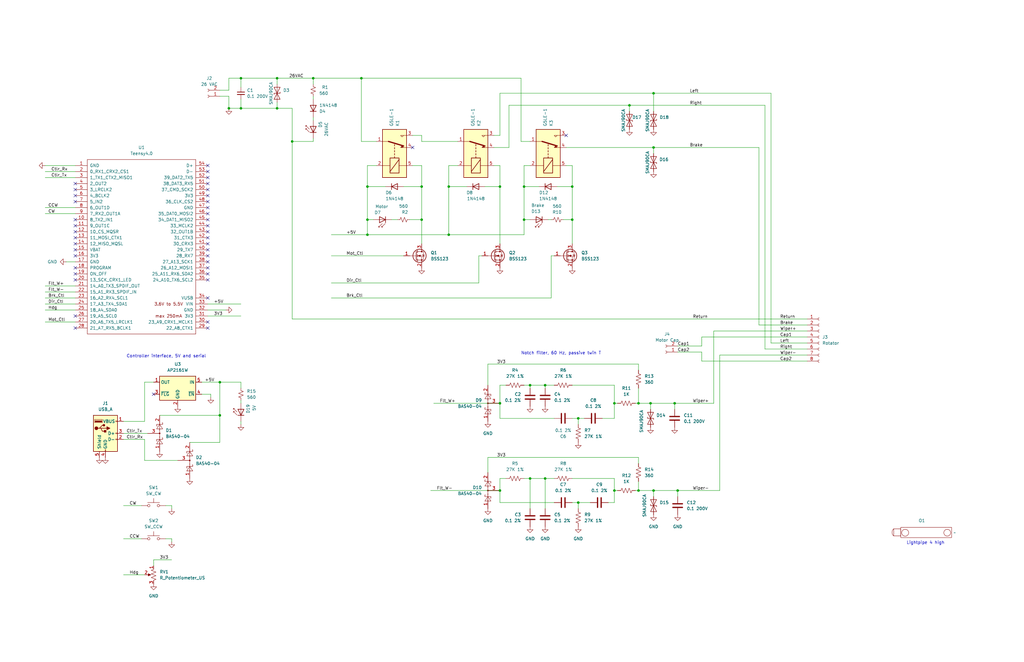
<source format=kicad_sch>
(kicad_sch (version 20230121) (generator eeschema)
  (paper "B")
  (lib_symbols
    (symbol "Connector:Conn_01x02_Socket" (pin_names (offset 1.016) hide)
      (property "Reference" "J" (at 0 2.54 0))
      (property "Value" "Conn_01x02_Socket" (at 0 -5.08 0))
      (symbol "Conn_01x02_Socket_1_1"
        (pin passive line (at -5.08 0 0) (length 3.81) (name "Pin_1") (number "1"))
        (pin passive line (at -5.08 -2.54 0) (length 3.81) (name "Pin_2") (number "2"))
      )
    )
    (symbol "Connector:Conn_01x08_Socket" (pin_names (offset 1.016) hide)
      (property "Reference" "J" (at 0 10.16 0))
      (property "Value" "Conn_01x08_Socket" (at 0 -12.7 0))
      (symbol "Conn_01x08_Socket_1_1"
        (pin passive line (at -5.08 7.62 0) (length 3.81) (name "Pin_1") (number "1"))
        (pin passive line (at -5.08 5.08 0) (length 3.81) (name "Pin_2") (number "2"))
        (pin passive line (at -5.08 2.54 0) (length 3.81) (name "Pin_3") (number "3"))
        (pin passive line (at -5.08 0 0) (length 3.81) (name "Pin_4") (number "4"))
        (pin passive line (at -5.08 -2.54 0) (length 3.81) (name "Pin_5") (number "5"))
        (pin passive line (at -5.08 -5.08 0) (length 3.81) (name "Pin_6") (number "6"))
        (pin passive line (at -5.08 -7.62 0) (length 3.81) (name "Pin_7") (number "7"))
        (pin passive line (at -5.08 -10.16 0) (length 3.81) (name "Pin_8") (number "8"))
      )
    )
    (symbol "Connector:USB_A" (pin_names (offset 1.016))
      (property "Reference" "J" (at -5.08 11.43 0))
      (property "Value" "USB_A" (at -5.08 8.89 0))
      (symbol "USB_A_1_1"
        (pin power_in line (at 7.62 5.08 180) (length 2.54) (name "VBUS") (number "1"))
        (pin bidirectional line (at 7.62 -2.54 180) (length 2.54) (name "D-") (number "2"))
        (pin bidirectional line (at 7.62 0 180) (length 2.54) (name "D+") (number "3"))
        (pin power_in line (at 0 -10.16 90) (length 2.54) (name "GND") (number "4"))
        (pin passive line (at -2.54 -10.16 90) (length 2.54) (name "Shield") (number "5"))
      )
    )
    (symbol "Device:C" (pin_numbers hide) (pin_names (offset 0.254))
      (property "Reference" "C" (at 0.635 2.54 0))
      (property "Value" "C" (at 0.635 -2.54 0))
      (symbol "C_1_1"
        (pin passive line (at 0 3.81 270) (length 2.794) (name "~") (number "1"))
        (pin passive line (at 0 -3.81 90) (length 2.794) (name "~") (number "2"))
      )
    )
    (symbol "Device:C_Small" (pin_numbers hide) (pin_names (offset 0.254) hide)
      (property "Reference" "C" (at 0.254 1.778 0))
      (property "Value" "C_Small" (at 0.254 -2.032 0))
      (symbol "C_Small_1_1"
        (pin passive line (at 0 2.54 270) (length 2.032) (name "~") (number "1"))
        (pin passive line (at 0 -2.54 90) (length 2.032) (name "~") (number "2"))
      )
    )
    (symbol "Device:R_Potentiometer_US" (pin_names (offset 1.016) hide)
      (property "Reference" "RV" (at -4.445 0 90))
      (property "Value" "R_Potentiometer_US" (at -2.54 0 90))
      (symbol "R_Potentiometer_US_1_1"
        (pin passive line (at 0 3.81 270) (length 1.27) (name "1") (number "1"))
        (pin passive line (at 3.81 0 180) (length 1.27) (name "2") (number "2"))
        (pin passive line (at 0 -3.81 90) (length 1.27) (name "3") (number "3"))
      )
    )
    (symbol "Device:R_Small_US" (pin_numbers hide) (pin_names (offset 0.254) hide)
      (property "Reference" "R" (at 0.762 0.508 0))
      (property "Value" "R_Small_US" (at 0.762 -1.016 0))
      (symbol "R_Small_US_1_1"
        (pin passive line (at 0 2.54 270) (length 1.016) (name "~") (number "1"))
        (pin passive line (at 0 -2.54 90) (length 1.016) (name "~") (number "2"))
      )
    )
    (symbol "Device:R_US" (pin_numbers hide) (pin_names (offset 0))
      (property "Reference" "R" (at 2.54 0 90))
      (property "Value" "R_US" (at -2.54 0 90))
      (symbol "R_US_1_1"
        (pin passive line (at 0 3.81 270) (length 1.27) (name "~") (number "1"))
        (pin passive line (at 0 -3.81 90) (length 1.27) (name "~") (number "2"))
      )
    )
    (symbol "Diode:1N4148" (pin_numbers hide) (pin_names hide)
      (property "Reference" "D" (at 0 2.54 0))
      (property "Value" "1N4148" (at 0 -2.54 0))
      (symbol "1N4148_1_1"
        (pin passive line (at -3.81 0 0) (length 2.54) (name "K") (number "1"))
        (pin passive line (at 3.81 0 180) (length 2.54) (name "A") (number "2"))
      )
    )
    (symbol "Diode:BAS40-04" (pin_names (offset 1.016))
      (property "Reference" "D" (at 0.635 -1.27 0))
      (property "Value" "BAS40-04" (at -6.35 5.715 0))
      (symbol "BAS40-04_1_1"
        (pin passive line (at -7.62 2.54 0) (length 3.81) (name "~") (number "1"))
        (pin passive line (at 7.62 2.54 180) (length 3.81) (name "~") (number "2"))
        (pin passive line (at 0 -2.54 90) (length 5.08) (name "~") (number "3"))
      )
    )
    (symbol "Diode:SMAJ90CA" (pin_numbers hide) (pin_names (offset 1.016) hide)
      (property "Reference" "D" (at 0 2.54 0))
      (property "Value" "SMAJ90CA" (at 0 -2.54 0))
      (symbol "SMAJ90CA_1_1"
        (pin passive line (at -3.81 0 0) (length 2.54) (name "A1") (number "1"))
        (pin passive line (at 3.81 0 180) (length 2.54) (name "A2") (number "2"))
      )
    )
    (symbol "LED:IR204A" (pin_numbers hide) (pin_names (offset 1.016) hide)
      (property "Reference" "D" (at 0.508 1.778 0))
      (property "Value" "IR204A" (at -1.016 -2.794 0))
      (symbol "IR204A_1_1"
        (pin passive line (at -5.08 0 0) (length 2.54) (name "K") (number "1"))
        (pin passive line (at 2.54 0 180) (length 2.54) (name "A") (number "2"))
      )
    )
    (symbol "LightPipe:LP4-EP"
      (property "Reference" "O" (at 0 0 0))
    )
    (symbol "Power_Management:AP2161W"
      (property "Reference" "U" (at -7.62 -6.35 0))
      (property "Value" "AP2161W" (at -7.62 6.35 0))
      (symbol "AP2161W_1_1"
        (pin power_out line (at 10.16 2.54 180) (length 2.54) (name "OUT") (number "1"))
        (pin power_in line (at 0 -7.62 90) (length 2.54) (name "GND") (number "2"))
        (pin open_collector line (at 10.16 -2.54 180) (length 2.54) (name "~{FLG}") (number "3"))
        (pin input line (at -10.16 -2.54 0) (length 2.54) (name "~{EN}") (number "4"))
        (pin power_in line (at -10.16 2.54 0) (length 2.54) (name "IN") (number "5"))
      )
    )
    (symbol "Relay:G5LE-1"
      (property "Reference" "K" (at 11.43 3.81 0))
      (property "Value" "G5LE-1" (at 11.43 1.27 0))
      (symbol "G5LE-1_1_1"
        (pin passive line (at 5.08 -7.62 90) (length 2.54) (name "~") (number "1"))
        (pin passive line (at -5.08 -7.62 90) (length 2.54) (name "~") (number "2"))
        (pin passive line (at 7.62 7.62 270) (length 2.54) (name "~") (number "3"))
        (pin passive line (at 2.54 7.62 270) (length 2.54) (name "~") (number "4"))
        (pin passive line (at -5.08 7.62 270) (length 2.54) (name "~") (number "5"))
      )
    )
    (symbol "Switch:SW_Push" (pin_numbers hide) (pin_names (offset 1.016) hide)
      (property "Reference" "SW" (at 1.27 2.54 0))
      (property "Value" "SW_Push" (at 0 -1.524 0))
      (symbol "SW_Push_0_1"
        (pin passive line (at -5.08 0 0) (length 2.54) (name "1") (number "1"))
        (pin passive line (at 5.08 0 180) (length 2.54) (name "2") (number "2"))
      )
    )
    (symbol "Teensy:Teensy4.0" (pin_names (offset 1.016))
      (property "Reference" "U" (at 0 39.37 0))
      (property "Value" "Teensy4.0" (at 0 -39.37 0))
      (symbol "Teensy4.0_0_0"
        (text "3.6V to 5.5V" (at 11.43 -24.13 0) (effects (font (size 1.27 1.27))))
        (text "max 250mA" (at 11.43 -29.21 0) (effects (font (size 1.27 1.27))))
        (pin bidirectional line (at -27.94 11.43 0) (length 5.08) (name "8_TX2_IN1") (number "10"))
        (pin bidirectional line (at -27.94 8.89 0) (length 5.08) (name "9_OUT1C") (number "11"))
        (pin bidirectional line (at -27.94 6.35 0) (length 5.08) (name "10_CS_MQSR") (number "12"))
        (pin bidirectional line (at -27.94 3.81 0) (length 5.08) (name "11_MOSI_CTX1") (number "13"))
        (pin bidirectional line (at -27.94 1.27 0) (length 5.08) (name "12_MISO_MQSL") (number "14"))
        (pin power_in line (at -27.94 -1.27 0) (length 5.08) (name "VBAT") (number "15"))
        (pin power_in line (at -27.94 -3.81 0) (length 5.08) (name "3V3") (number "16"))
        (pin power_in line (at -27.94 -6.35 0) (length 5.08) (name "GND") (number "17"))
        (pin input line (at -27.94 -8.89 0) (length 5.08) (name "PROGRAM") (number "18"))
        (pin input line (at -27.94 -11.43 0) (length 5.08) (name "ON_OFF") (number "19"))
        (pin bidirectional line (at -27.94 -13.97 0) (length 5.08) (name "13_SCK_CRX1_LED") (number "20"))
        (pin bidirectional line (at -27.94 -16.51 0) (length 5.08) (name "14_A0_TX3_SPDIF_OUT") (number "21"))
        (pin bidirectional line (at -27.94 -19.05 0) (length 5.08) (name "15_A1_RX3_SPDIF_IN") (number "22"))
        (pin bidirectional line (at -27.94 -21.59 0) (length 5.08) (name "16_A2_RX4_SCL1") (number "23"))
        (pin bidirectional line (at -27.94 -24.13 0) (length 5.08) (name "17_A3_TX4_SDA1") (number "24"))
        (pin bidirectional line (at -27.94 -26.67 0) (length 5.08) (name "18_A4_SDA0") (number "25"))
        (pin bidirectional line (at -27.94 -29.21 0) (length 5.08) (name "19_A5_SCL0") (number "26"))
        (pin bidirectional line (at -27.94 -31.75 0) (length 5.08) (name "20_A6_TX5_LRCLK1") (number "27"))
        (pin bidirectional line (at -27.94 -34.29 0) (length 5.08) (name "21_A7_RX5_BCLK1") (number "28"))
        (pin bidirectional line (at 27.94 -34.29 180) (length 5.08) (name "22_A8_CTX1") (number "29"))
        (pin bidirectional line (at 27.94 -31.75 180) (length 5.08) (name "23_A9_CRX1_MCLK1") (number "30"))
        (pin power_out line (at 27.94 -29.21 180) (length 5.08) (name "3V3") (number "31"))
        (pin power_in line (at 27.94 -26.67 180) (length 5.08) (name "GND") (number "32"))
        (pin power_in line (at 27.94 -24.13 180) (length 5.08) (name "VIN") (number "33"))
        (pin power_out line (at 27.94 -21.59 180) (length 5.08) (name "VUSB") (number "34"))
        (pin bidirectional line (at 27.94 -13.97 180) (length 5.08) (name "24_A10_TX6_SCL2") (number "35"))
        (pin bidirectional line (at 27.94 -11.43 180) (length 5.08) (name "25_A11_RX6_SDA2") (number "36"))
        (pin bidirectional line (at 27.94 -8.89 180) (length 5.08) (name "26_A12_MOSI1") (number "37"))
        (pin bidirectional line (at 27.94 -6.35 180) (length 5.08) (name "27_A13_SCK1") (number "38"))
        (pin bidirectional line (at 27.94 -3.81 180) (length 5.08) (name "28_RX7") (number "39"))
        (pin bidirectional line (at 27.94 -1.27 180) (length 5.08) (name "29_TX7") (number "40"))
        (pin bidirectional line (at 27.94 1.27 180) (length 5.08) (name "30_CRX3") (number "41"))
        (pin bidirectional line (at 27.94 3.81 180) (length 5.08) (name "31_CTX3") (number "42"))
        (pin bidirectional line (at 27.94 6.35 180) (length 5.08) (name "32_OUT1B") (number "43"))
        (pin bidirectional line (at 27.94 8.89 180) (length 5.08) (name "33_MCLK2") (number "44"))
        (pin bidirectional line (at 27.94 11.43 180) (length 5.08) (name "34_DAT1_MISO2") (number "45"))
        (pin bidirectional line (at 27.94 13.97 180) (length 5.08) (name "35_DAT0_MOSI2") (number "46"))
        (pin power_out line (at 27.94 16.51 180) (length 5.08) (name "GND") (number "47"))
        (pin bidirectional line (at 27.94 19.05 180) (length 5.08) (name "36_CLK_CS2") (number "48"))
        (pin power_out line (at 27.94 21.59 180) (length 5.08) (name "3V3") (number "49"))
        (pin bidirectional line (at -27.94 24.13 0) (length 5.08) (name "3_LRCLK2") (number "5"))
        (pin bidirectional line (at 27.94 24.13 180) (length 5.08) (name "37_CMD_SCK2") (number "50"))
        (pin bidirectional line (at 27.94 26.67 180) (length 5.08) (name "38_DAT3_RX5") (number "51"))
        (pin bidirectional line (at 27.94 29.21 180) (length 5.08) (name "39_DAT2_TX5") (number "52"))
        (pin bidirectional line (at 27.94 31.75 180) (length 5.08) (name "D-") (number "53"))
        (pin bidirectional line (at 27.94 34.29 180) (length 5.08) (name "D+") (number "54"))
        (pin bidirectional line (at -27.94 21.59 0) (length 5.08) (name "4_BCLK2") (number "6"))
        (pin bidirectional line (at -27.94 19.05 0) (length 5.08) (name "5_IN2") (number "7"))
        (pin bidirectional line (at -27.94 16.51 0) (length 5.08) (name "6_OUT1D") (number "8"))
        (pin bidirectional line (at -27.94 13.97 0) (length 5.08) (name "7_RX2_OUT1A") (number "9"))
      )
      (symbol "Teensy4.0_1_1"
        (pin power_in line (at -27.94 34.29 0) (length 5.08) (name "GND") (number "1"))
        (pin bidirectional line (at -27.94 31.75 0) (length 5.08) (name "0_RX1_CRX2_CS1") (number "2"))
        (pin bidirectional line (at -27.94 29.21 0) (length 5.08) (name "1_TX1_CTX2_MISO1") (number "3"))
        (pin bidirectional line (at -27.94 26.67 0) (length 5.08) (name "2_OUT2") (number "4"))
      )
    )
    (symbol "Transistor_FET:BSS123" (pin_names hide)
      (property "Reference" "Q" (at 5.08 1.905 0))
      (property "Value" "BSS123" (at 5.08 0 0))
      (symbol "BSS123_1_1"
        (pin input line (at -5.08 0 0) (length 2.54) (name "G") (number "1"))
        (pin passive line (at 2.54 -5.08 90) (length 2.54) (name "S") (number "2"))
        (pin passive line (at 2.54 5.08 270) (length 2.54) (name "D") (number "3"))
      )
    )
    (symbol "power:GND" (power) (pin_names (offset 0))
      (property "Value" "GND" (at 0 -3.81 0))
      (symbol "GND_1_1"
        (pin power_in line (at 0 0 270) (length 0) hide (name "GND") (number "1"))
      )
    )
  )
  (junction (at 275.59 207.01))
  (junction (at 223.52 162.56))
  (junction (at 269.24 207.01))
  (junction (at 229.87 201.93))
  (junction (at 243.84 176.53))
  (junction (at 265.43 44.45))
  (junction (at 274.32 170.18))
  (junction (at 154.94 99.06))
  (junction (at 269.24 170.18))
  (junction (at 116.84 33.02))
  (junction (at 152.4 33.02))
  (junction (at 96.52 45.72))
  (junction (at 177.8 78.74))
  (junction (at 275.59 39.37))
  (junction (at 243.84 212.09))
  (junction (at 154.94 78.74))
  (junction (at 210.82 207.01))
  (junction (at 210.82 170.18))
  (junction (at 123.19 59.69))
  (junction (at 210.82 78.74))
  (junction (at 220.98 78.74))
  (junction (at 223.52 201.93))
  (junction (at 259.08 207.01))
  (junction (at 284.48 170.18))
  (junction (at 220.98 92.71))
  (junction (at 132.08 33.02))
  (junction (at 285.75 207.01))
  (junction (at 259.08 170.18))
  (junction (at 275.59 62.23))
  (junction (at 229.87 162.56))
  (junction (at 189.23 78.74))
  (junction (at 101.6 33.02))
  (junction (at 92.71 161.29))
  (junction (at 101.6 45.72))
  (junction (at 241.3 78.74))
  (junction (at 189.23 99.06))
  (junction (at 241.3 92.71))
  (junction (at 154.94 92.71))
  (junction (at 177.8 92.71))
  (junction (at 92.71 175.26))
  (junction (at 116.84 45.72))
  (no_connect (at 31.75 133.35))
  (no_connect (at 87.63 97.79))
  (no_connect (at 87.63 92.71))
  (no_connect (at 87.63 102.87))
  (no_connect (at 31.75 85.09))
  (no_connect (at 87.63 95.25))
  (no_connect (at 173.99 62.23))
  (no_connect (at 87.63 74.93))
  (no_connect (at 31.75 97.79))
  (no_connect (at 87.63 77.47))
  (no_connect (at 31.75 100.33))
  (no_connect (at 31.75 118.11))
  (no_connect (at 87.63 80.01))
  (no_connect (at 87.63 82.55))
  (no_connect (at 31.75 113.03))
  (no_connect (at 31.75 77.47))
  (no_connect (at 87.63 90.17))
  (no_connect (at 228.6 -10.16))
  (no_connect (at 31.75 107.95))
  (no_connect (at 87.63 125.73))
  (no_connect (at 87.63 72.39))
  (no_connect (at 87.63 105.41))
  (no_connect (at 31.75 115.57))
  (no_connect (at 31.75 95.25))
  (no_connect (at 31.75 92.71))
  (no_connect (at 87.63 110.49))
  (no_connect (at 87.63 118.11))
  (no_connect (at 64.77 166.37))
  (no_connect (at 31.75 82.55))
  (no_connect (at 87.63 87.63))
  (no_connect (at 87.63 135.89))
  (no_connect (at 87.63 107.95))
  (no_connect (at 31.75 102.87))
  (no_connect (at 87.63 85.09))
  (no_connect (at 87.63 138.43))
  (no_connect (at 87.63 115.57))
  (no_connect (at 87.63 100.33))
  (no_connect (at 31.75 80.01))
  (no_connect (at 87.63 113.03))
  (no_connect (at 87.63 69.85))
  (no_connect (at 238.76 57.15))
  (no_connect (at 31.75 138.43))
  (no_connect (at 31.75 105.41))
  (wire (pts (xy 72.39 213.36) (xy 72.39 214.63)))
  (wire (pts (xy 229.87 201.93) (xy 229.87 214.63)))
  (wire (pts (xy 96.52 40.64) (xy 96.52 45.72)))
  (wire (pts (xy 67.31 175.26) (xy 92.71 175.26)))
  (wire (pts (xy 275.59 39.37) (xy 275.59 46.99)))
  (wire (pts (xy 101.6 161.29) (xy 92.71 161.29)))
  (wire (pts (xy 259.08 207.01) (xy 259.08 212.09)))
  (wire (pts (xy 205.74 153.67) (xy 269.24 153.67)))
  (wire (pts (xy 132.08 58.42) (xy 132.08 59.69)))
  (wire (pts (xy 170.18 78.74) (xy 177.8 78.74)))
  (wire (pts (xy 116.84 45.72) (xy 101.6 45.72)))
  (wire (pts (xy 88.9 167.64) (xy 88.9 166.37)))
  (wire (pts (xy 69.85 213.36) (xy 72.39 213.36)))
  (wire (pts (xy 220.98 201.93) (xy 223.52 201.93)))
  (wire (pts (xy 238.76 62.23) (xy 275.59 62.23)))
  (wire (pts (xy 123.19 134.62) (xy 123.19 59.69)))
  (wire (pts (xy 19.05 90.17) (xy 31.75 90.17)))
  (wire (pts (xy 80.01 186.69) (xy 92.71 186.69)))
  (wire (pts (xy 116.84 33.02) (xy 116.84 35.56)))
  (wire (pts (xy 92.71 186.69) (xy 92.71 175.26)))
  (wire (pts (xy 88.9 166.37) (xy 85.09 166.37)))
  (wire (pts (xy 220.98 99.06) (xy 189.23 99.06)))
  (wire (pts (xy 201.93 107.95) (xy 203.2 107.95)))
  (wire (pts (xy 220.98 78.74) (xy 227.33 78.74)))
  (wire (pts (xy 256.54 212.09) (xy 259.08 212.09)))
  (wire (pts (xy 322.58 147.32) (xy 322.58 44.45)))
  (wire (pts (xy 300.99 139.7) (xy 300.99 170.18)))
  (wire (pts (xy 241.3 162.56) (xy 259.08 162.56)))
  (wire (pts (xy 269.24 203.2) (xy 269.24 207.01)))
  (wire (pts (xy 295.91 152.4) (xy 340.36 152.4)))
  (wire (pts (xy 223.52 69.85) (xy 220.98 69.85)))
  (wire (pts (xy 259.08 162.56) (xy 259.08 170.18)))
  (wire (pts (xy 259.08 170.18) (xy 259.08 176.53)))
  (wire (pts (xy 27.94 110.49) (xy 31.75 110.49)))
  (wire (pts (xy 132.08 33.02) (xy 152.4 33.02)))
  (wire (pts (xy 132.08 41.91) (xy 132.08 40.64)))
  (wire (pts (xy 177.8 57.15) (xy 177.8 59.69)))
  (wire (pts (xy 275.59 39.37) (xy 325.12 39.37)))
  (wire (pts (xy 241.3 78.74) (xy 241.3 92.71)))
  (wire (pts (xy 223.52 162.56) (xy 223.52 163.83)))
  (wire (pts (xy 101.6 41.91) (xy 101.6 45.72)))
  (wire (pts (xy 101.6 161.29) (xy 101.6 163.83)))
  (wire (pts (xy 267.97 170.18) (xy 269.24 170.18)))
  (wire (pts (xy 210.82 162.56) (xy 213.36 162.56)))
  (wire (pts (xy 205.74 193.04) (xy 269.24 193.04)))
  (wire (pts (xy 241.3 212.09) (xy 243.84 212.09)))
  (wire (pts (xy 85.09 161.29) (xy 92.71 161.29)))
  (wire (pts (xy 285.75 148.59) (xy 295.91 148.59)))
  (wire (pts (xy 295.91 148.59) (xy 295.91 152.4)))
  (wire (pts (xy 52.07 185.42) (xy 60.96 185.42)))
  (wire (pts (xy 177.8 59.69) (xy 193.04 59.69)))
  (wire (pts (xy 189.23 99.06) (xy 154.94 99.06)))
  (wire (pts (xy 269.24 207.01) (xy 275.59 207.01)))
  (wire (pts (xy 232.41 107.95) (xy 232.41 125.73)))
  (wire (pts (xy 19.05 74.93) (xy 31.75 74.93)))
  (wire (pts (xy 116.84 33.02) (xy 132.08 33.02)))
  (wire (pts (xy 52.07 182.88) (xy 62.23 182.88)))
  (wire (pts (xy 154.94 69.85) (xy 158.75 69.85)))
  (wire (pts (xy 219.71 33.02) (xy 152.4 33.02)))
  (wire (pts (xy 214.63 62.23) (xy 214.63 44.45)))
  (wire (pts (xy 210.82 57.15) (xy 210.82 39.37)))
  (wire (pts (xy 210.82 78.74) (xy 210.82 102.87)))
  (wire (pts (xy 295.91 142.24) (xy 295.91 146.05)))
  (wire (pts (xy 19.05 123.19) (xy 31.75 123.19)))
  (wire (pts (xy 237.49 92.71) (xy 241.3 92.71)))
  (wire (pts (xy 243.84 176.53) (xy 246.38 176.53)))
  (wire (pts (xy 234.95 78.74) (xy 241.3 78.74)))
  (wire (pts (xy 139.7 125.73) (xy 232.41 125.73)))
  (wire (pts (xy 92.71 175.26) (xy 92.71 161.29)))
  (wire (pts (xy 19.05 87.63) (xy 31.75 87.63)))
  (wire (pts (xy 19.05 135.89) (xy 31.75 135.89)))
  (wire (pts (xy 219.71 59.69) (xy 219.71 33.02)))
  (wire (pts (xy 96.52 40.64) (xy 92.71 40.64)))
  (wire (pts (xy 243.84 212.09) (xy 243.84 214.63)))
  (wire (pts (xy 152.4 59.69) (xy 158.75 59.69)))
  (wire (pts (xy 208.28 57.15) (xy 210.82 57.15)))
  (wire (pts (xy 189.23 69.85) (xy 189.23 78.74)))
  (wire (pts (xy 303.53 149.86) (xy 303.53 207.01)))
  (wire (pts (xy 320.04 137.16) (xy 320.04 62.23)))
  (wire (pts (xy 101.6 36.83) (xy 101.6 33.02)))
  (wire (pts (xy 173.99 57.15) (xy 177.8 57.15)))
  (wire (pts (xy 60.96 177.8) (xy 52.07 177.8)))
  (wire (pts (xy 220.98 92.71) (xy 223.52 92.71)))
  (wire (pts (xy 177.8 78.74) (xy 177.8 92.71)))
  (wire (pts (xy 284.48 170.18) (xy 284.48 172.72)))
  (wire (pts (xy 229.87 162.56) (xy 233.68 162.56)))
  (wire (pts (xy 233.68 176.53) (xy 210.82 176.53)))
  (wire (pts (xy 295.91 142.24) (xy 340.36 142.24)))
  (wire (pts (xy 152.4 33.02) (xy 152.4 59.69)))
  (wire (pts (xy 52.07 213.36) (xy 59.69 213.36)))
  (wire (pts (xy 69.85 227.33) (xy 72.39 227.33)))
  (wire (pts (xy 60.96 194.31) (xy 74.93 194.31)))
  (wire (pts (xy 274.32 170.18) (xy 274.32 172.72)))
  (wire (pts (xy 139.7 107.95) (xy 170.18 107.95)))
  (wire (pts (xy 325.12 39.37) (xy 325.12 144.78)))
  (wire (pts (xy 220.98 78.74) (xy 220.98 92.71)))
  (wire (pts (xy 259.08 201.93) (xy 259.08 207.01)))
  (wire (pts (xy 177.8 78.74) (xy 177.8 69.85)))
  (wire (pts (xy 214.63 44.45) (xy 265.43 44.45)))
  (wire (pts (xy 172.72 92.71) (xy 177.8 92.71)))
  (wire (pts (xy 254 176.53) (xy 259.08 176.53)))
  (wire (pts (xy 87.63 130.81) (xy 95.25 130.81)))
  (wire (pts (xy 116.84 43.18) (xy 116.84 45.72)))
  (wire (pts (xy 154.94 92.71) (xy 157.48 92.71)))
  (wire (pts (xy 229.87 201.93) (xy 233.68 201.93)))
  (wire (pts (xy 132.08 35.56) (xy 132.08 33.02)))
  (wire (pts (xy 72.39 227.33) (xy 72.39 228.6)))
  (wire (pts (xy 241.3 176.53) (xy 243.84 176.53)))
  (wire (pts (xy 19.05 125.73) (xy 31.75 125.73)))
  (wire (pts (xy 96.52 38.1) (xy 96.52 33.02)))
  (wire (pts (xy 274.32 170.18) (xy 284.48 170.18)))
  (wire (pts (xy 182.88 170.18) (xy 210.82 170.18)))
  (wire (pts (xy 96.52 33.02) (xy 101.6 33.02)))
  (wire (pts (xy 52.07 242.57) (xy 60.96 242.57)))
  (wire (pts (xy 223.52 201.93) (xy 223.52 214.63)))
  (wire (pts (xy 284.48 170.18) (xy 300.99 170.18)))
  (wire (pts (xy 189.23 78.74) (xy 189.23 99.06)))
  (wire (pts (xy 52.07 227.33) (xy 59.69 227.33)))
  (wire (pts (xy 320.04 137.16) (xy 340.36 137.16)))
  (wire (pts (xy 241.3 201.93) (xy 259.08 201.93)))
  (wire (pts (xy 173.99 69.85) (xy 177.8 69.85)))
  (wire (pts (xy 123.19 45.72) (xy 116.84 45.72)))
  (wire (pts (xy 269.24 163.83) (xy 269.24 170.18)))
  (wire (pts (xy 101.6 45.72) (xy 96.52 45.72)))
  (wire (pts (xy 210.82 207.01) (xy 210.82 212.09)))
  (wire (pts (xy 220.98 92.71) (xy 220.98 99.06)))
  (wire (pts (xy 269.24 170.18) (xy 274.32 170.18)))
  (wire (pts (xy 229.87 162.56) (xy 229.87 163.83)))
  (wire (pts (xy 210.82 201.93) (xy 213.36 201.93)))
  (wire (pts (xy 259.08 207.01) (xy 260.35 207.01)))
  (wire (pts (xy 139.7 119.38) (xy 201.93 119.38)))
  (wire (pts (xy 285.75 207.01) (xy 303.53 207.01)))
  (wire (pts (xy 259.08 170.18) (xy 260.35 170.18)))
  (wire (pts (xy 123.19 134.62) (xy 340.36 134.62)))
  (wire (pts (xy 101.6 168.91) (xy 101.6 170.18)))
  (wire (pts (xy 205.74 193.04) (xy 205.74 199.39)))
  (wire (pts (xy 87.63 128.27) (xy 101.6 128.27)))
  (wire (pts (xy 154.94 69.85) (xy 154.94 78.74)))
  (wire (pts (xy 154.94 78.74) (xy 154.94 92.71)))
  (wire (pts (xy 87.63 133.35) (xy 101.6 133.35)))
  (wire (pts (xy 220.98 162.56) (xy 223.52 162.56)))
  (wire (pts (xy 322.58 147.32) (xy 340.36 147.32)))
  (wire (pts (xy 231.14 92.71) (xy 232.41 92.71)))
  (wire (pts (xy 232.41 107.95) (xy 233.68 107.95)))
  (wire (pts (xy 204.47 78.74) (xy 210.82 78.74)))
  (wire (pts (xy 101.6 177.8) (xy 101.6 179.07)))
  (wire (pts (xy 223.52 201.93) (xy 229.87 201.93)))
  (wire (pts (xy 325.12 144.78) (xy 340.36 144.78)))
  (wire (pts (xy 60.96 161.29) (xy 60.96 177.8)))
  (wire (pts (xy 265.43 44.45) (xy 265.43 46.99)))
  (wire (pts (xy 165.1 92.71) (xy 167.64 92.71)))
  (wire (pts (xy 19.05 72.39) (xy 31.75 72.39)))
  (wire (pts (xy 201.93 107.95) (xy 201.93 119.38)))
  (wire (pts (xy 275.59 207.01) (xy 275.59 209.55)))
  (wire (pts (xy 275.59 207.01) (xy 285.75 207.01)))
  (wire (pts (xy 241.3 69.85) (xy 241.3 78.74)))
  (wire (pts (xy 285.75 146.05) (xy 295.91 146.05)))
  (wire (pts (xy 269.24 153.67) (xy 269.24 156.21)))
  (wire (pts (xy 19.05 120.65) (xy 31.75 120.65)))
  (wire (pts (xy 275.59 62.23) (xy 275.59 64.77)))
  (wire (pts (xy 241.3 92.71) (xy 241.3 102.87)))
  (wire (pts (xy 210.82 207.01) (xy 210.82 201.93)))
  (wire (pts (xy 19.05 128.27) (xy 31.75 128.27)))
  (wire (pts (xy 177.8 92.71) (xy 177.8 102.87)))
  (wire (pts (xy 210.82 170.18) (xy 210.82 176.53)))
  (wire (pts (xy 162.56 78.74) (xy 154.94 78.74)))
  (wire (pts (xy 285.75 207.01) (xy 285.75 209.55)))
  (wire (pts (xy 189.23 78.74) (xy 196.85 78.74)))
  (wire (pts (xy 19.05 69.85) (xy 31.75 69.85)))
  (wire (pts (xy 60.96 185.42) (xy 60.96 194.31)))
  (wire (pts (xy 193.04 69.85) (xy 189.23 69.85)))
  (wire (pts (xy 154.94 92.71) (xy 154.94 99.06)))
  (wire (pts (xy 210.82 39.37) (xy 275.59 39.37)))
  (wire (pts (xy 64.77 238.76) (xy 64.77 236.22)))
  (wire (pts (xy 238.76 69.85) (xy 241.3 69.85)))
  (wire (pts (xy 132.08 49.53) (xy 132.08 50.8)))
  (wire (pts (xy 132.08 59.69) (xy 123.19 59.69)))
  (wire (pts (xy 267.97 207.01) (xy 269.24 207.01)))
  (wire (pts (xy 123.19 45.72) (xy 123.19 59.69)))
  (wire (pts (xy 64.77 236.22) (xy 72.39 236.22)))
  (wire (pts (xy 19.05 130.81) (xy 31.75 130.81)))
  (wire (pts (xy 275.59 62.23) (xy 320.04 62.23)))
  (wire (pts (xy 208.28 62.23) (xy 214.63 62.23)))
  (wire (pts (xy 223.52 59.69) (xy 219.71 59.69)))
  (wire (pts (xy 233.68 212.09) (xy 210.82 212.09)))
  (wire (pts (xy 205.74 153.67) (xy 205.74 162.56)))
  (wire (pts (xy 181.61 207.01) (xy 210.82 207.01)))
  (wire (pts (xy 223.52 162.56) (xy 229.87 162.56)))
  (wire (pts (xy 243.84 176.53) (xy 243.84 179.07)))
  (wire (pts (xy 139.7 99.06) (xy 154.94 99.06)))
  (wire (pts (xy 300.99 139.7) (xy 340.36 139.7)))
  (wire (pts (xy 210.82 162.56) (xy 210.82 170.18)))
  (wire (pts (xy 60.96 161.29) (xy 64.77 161.29)))
  (wire (pts (xy 210.82 69.85) (xy 210.82 78.74)))
  (wire (pts (xy 92.71 38.1) (xy 96.52 38.1)))
  (wire (pts (xy 265.43 44.45) (xy 322.58 44.45)))
  (wire (pts (xy 303.53 149.86) (xy 340.36 149.86)))
  (wire (pts (xy 269.24 193.04) (xy 269.24 195.58)))
  (wire (pts (xy 101.6 33.02) (xy 116.84 33.02)))
  (wire (pts (xy 243.84 212.09) (xy 248.92 212.09)))
  (wire (pts (xy 220.98 69.85) (xy 220.98 78.74)))
  (wire (pts (xy 208.28 69.85) (xy 210.82 69.85)))
  (text "Controller interface, 5V and serial" (at 53.34 151.13 0) (effects (font (size 1.27 1.27)) (justify left bottom)))
  (text "Lightpipe 4 high" (at 382.27 229.87 0) (effects (font (size 1.27 1.27)) (justify left bottom)))
  (text "Notch filter, 60 Hz, passive twin T" (at 219.71 149.86 0) (effects (font (size 1.27 1.27)) (justify left bottom)))
  (label "Dir_Ctl" (at 20.32 128.27 0))
  (label "CW" (at 20.32 90.17 0))
  (label "Mot_Ctl" (at 20.32 135.89 0))
  (label "Hdg" (at 54.61 242.57 0))
  (label "26VAC" (at 121.92 33.02 0))
  (label "Mot_Ctl" (at 146.05 107.95 0))
  (label "3V3" (at 209.55 153.67 0))
  (label "Cap1" (at 328.93 142.24 0))
  (label "CCW" (at 20.32 87.63 0))
  (label "Flt_W+" (at 20.32 120.65 0))
  (label "Brake" (at 328.93 137.16 0))
  (label "Wiper-" (at 292.1 207.01 0))
  (label "Ctlr_Rx" (at 21.59 72.39 0))
  (label "+5V" (at 146.05 99.06 0))
  (label "+5V" (at 86.36 161.29 0))
  (label "3V3" (at 67.31 236.22 0))
  (label "Wiper+" (at 292.1 170.18 0))
  (label "Hdg" (at 20.32 130.81 0))
  (label "CCW" (at 54.61 227.33 0))
  (label "Cap1" (at 285.75 146.05 0))
  (label "Left" (at 328.93 144.78 0))
  (label "Wiper+" (at 328.93 139.7 0))
  (label "Brk_Ctl" (at 20.32 125.73 0))
  (label "Dir_Ctl" (at 146.05 119.38 0))
  (label "Right" (at 328.93 147.32 0))
  (label "+5V" (at 90.17 128.27 0))
  (label "Flt_W-" (at 184.15 207.01 0))
  (label "CW" (at 54.61 213.36 0))
  (label "Flt_W+" (at 185.42 170.18 0))
  (label "Right" (at 290.83 44.45 0))
  (label "Ctlr_Tx" (at 21.59 74.93 0))
  (label "Brake" (at 290.83 62.23 0))
  (label "Cap2" (at 328.93 152.4 0))
  (label "Ctlr_Tx" (at 53.34 182.88 0))
  (label "Left" (at 290.83 39.37 0))
  (label "Cap2" (at 285.75 148.59 0))
  (label "Brk_Ctl" (at 146.05 125.73 0))
  (label "Return" (at 292.1 134.62 0))
  (label "Return" (at 328.93 134.62 0))
  (label "Wiper-" (at 328.93 149.86 0))
  (label "Ctlr_Rx" (at 53.34 185.42 0))
  (label "Flt_W-" (at 20.32 123.19 0))
  (label "3V3" (at 90.17 133.35 0))
  (label "3V3" (at 209.55 193.04 0))
  (symbol (lib_id "power:GND") (at 27.94 110.49 270) (unit 1)
    (property "Reference" "#PWR031" (effects hide))
    (property "Value" "GND" (at 24.13 110.49 90) (effects (justify right)))
  )
  (symbol (lib_id "Device:R_US") (at 237.49 201.93 90) (unit 1)
    (property "Reference" "R8" (at 237.49 195.58 90))
    (property "Value" "27K 1%" (at 237.49 198.12 90))
    (property "Footprint" "Resistor_SMD:R_0805_2012Metric_Pad1.20x1.40mm_HandSolder" (effects hide))
  )
  (symbol (lib_id "power:GND") (at 243.84 222.25 0) (unit 1)
    (property "Reference" "#PWR020" (effects hide))
    (property "Value" "GND" (at 243.84 227.33 0))
  )
  (symbol (lib_id "Device:C") (at 223.52 167.64 0) (mirror y) (unit 1)
    (property "Reference" "C2" (at 219.71 166.37 0) (effects (justify left)))
    (property "Value" "0.1 2%" (at 219.71 168.91 0) (effects (justify left)))
    (property "Footprint" "Capacitor_SMD:C_1206_3216Metric_Pad1.33x1.80mm_HandSolder" (effects hide))
  )
  (symbol (lib_id "power:GND") (at 223.52 222.25 0) (unit 1)
    (property "Reference" "#PWR016" (effects hide))
    (property "Value" "GND" (at 223.52 227.33 0))
  )
  (symbol (lib_id "Connector:Conn_01x02_Socket") (at 280.67 148.59 180) (unit 1)
    (property "Reference" "J4" (at 281.305 140.97 0))
    (property "Value" "Motor Cap" (at 281.305 143.51 0))
  )
  (symbol (lib_id "power:GND") (at 274.32 180.34 0) (unit 1)
    (property "Reference" "#PWR022" (effects hide))
    (property "Value" "GND" (effects hide))
  )
  (symbol (lib_id "power:GND") (at 72.39 214.63 0) (unit 1)
    (property "Reference" "#PWR05" (effects hide))
    (property "Value" "GND" (effects hide))
  )
  (symbol (lib_id "power:GND") (at 275.59 217.17 0) (unit 1)
    (property "Reference" "#PWR023" (effects hide))
    (property "Value" "GND" (at 275.59 222.25 0))
  )
  (symbol (lib_id "Device:R_Small_US") (at 132.08 38.1 180) (unit 1)
    (property "Reference" "R1" (at 138.43 36.83 0) (effects (justify left)))
    (property "Value" "560" (at 138.43 39.37 0) (effects (justify left)))
    (property "Footprint" "Resistor_SMD:R_0805_2012Metric_Pad1.20x1.40mm_HandSolder" (effects hide))
  )
  (symbol (lib_id "Diode:BAS40-04") (at 208.28 170.18 90) (unit 1)
    (property "Reference" "D9" (at 203.2 168.91 90) (effects (justify left)))
    (property "Value" "BAS40-04" (at 203.2 171.45 90) (effects (justify left)))
    (property "Footprint" "Package_TO_SOT_SMD:SOT-23" (effects hide))
    (property "Datasheet" "http://www.vishay.com/docs/85701/bas40v.pdf" (effects hide))
  )
  (symbol (lib_id "power:GND") (at 241.3 113.03 0) (unit 1)
    (property "Reference" "#PWR021" (effects hide))
    (property "Value" "GND" (effects hide))
  )
  (symbol (lib_id "Diode:SMAJ90CA") (at 265.43 50.8 90) (unit 1)
    (property "Reference" "D17" (at 270.51 49.53 90) (effects (justify left)))
    (property "Value" "SMAJ90CA" (at 262.89 50.8 0))
    (property "Footprint" "Diode_SMD:D_SMA" (effects hide))
    (property "Datasheet" "https://www.littelfuse.com/media?resourcetype=datasheets&itemid=75e32973-b177-4ee3-a0ff-cedaf1abdb93&filename=smaj-datasheet" (effects hide))
  )
  (symbol (lib_id "Transistor_FET:BSS123") (at 175.26 107.95 0) (unit 1)
    (property "Reference" "Q1" (at 181.61 106.68 0) (effects (justify left)))
    (property "Value" "BSS123" (at 181.61 109.22 0) (effects (justify left)))
    (property "Footprint" "Package_TO_SOT_SMD:SOT-23" (effects hide))
    (property "Datasheet" "http://www.diodes.com/assets/Datasheets/ds30366.pdf" (effects hide))
  )
  (symbol (lib_id "power:GND") (at 19.05 69.85 270) (unit 1)
    (property "Reference" "#PWR01" (effects hide))
    (property "Value" "GND" (effects hide))
  )
  (symbol (lib_id "power:GND") (at 74.93 171.45 0) (unit 1)
    (property "Reference" "#PWR08" (effects hide))
    (property "Value" "GND" (effects hide))
  )
  (symbol (lib_id "Device:C") (at 237.49 212.09 90) (unit 1)
    (property "Reference" "C7" (at 237.49 204.47 90))
    (property "Value" "0.1 2%" (at 237.49 207.01 90))
    (property "Footprint" "Capacitor_SMD:C_1206_3216Metric_Pad1.33x1.80mm_HandSolder" (effects hide))
  )
  (symbol (lib_id "Relay:G5LE-1") (at 166.37 64.77 270) (mirror x) (unit 1)
    (property "Reference" "K1" (at 167.6401 53.34 0) (effects (justify left)))
    (property "Value" "G5LE-1" (at 165.1001 53.34 0) (effects (justify left)))
    (property "Footprint" "Relay_THT:Relay_SPDT_Omron-G5LE-1" (effects hide))
    (property "Datasheet" "http://www.omron.com/ecb/products/pdf/en-g5le.pdf" (effects hide))
  )
  (symbol (lib_id "Diode:SMAJ90CA") (at 275.59 213.36 90) (unit 1)
    (property "Reference" "D15" (at 278.13 212.09 90) (effects (justify right)))
    (property "Value" "SMAJ90CA" (at 271.78 213.36 0))
    (property "Footprint" "Diode_SMD:D_SMA" (effects hide))
    (property "Datasheet" "https://www.littelfuse.com/media?resourcetype=datasheets&itemid=75e32973-b177-4ee3-a0ff-cedaf1abdb93&filename=smaj-datasheet" (effects hide))
  )
  (symbol (lib_id "Transistor_FET:BSS123") (at 208.28 107.95 0) (unit 1)
    (property "Reference" "Q2" (at 214.63 106.68 0) (effects (justify left)))
    (property "Value" "BSS123" (at 214.63 109.22 0) (effects (justify left)))
    (property "Footprint" "Package_TO_SOT_SMD:SOT-23" (effects hide))
    (property "Datasheet" "http://www.diodes.com/assets/Datasheets/ds30366.pdf" (effects hide))
  )
  (symbol (lib_id "Transistor_FET:BSS123") (at 238.76 107.95 0) (unit 1)
    (property "Reference" "Q3" (at 245.11 106.68 0) (effects (justify left)))
    (property "Value" "BSS123" (at 245.11 109.22 0) (effects (justify left)))
    (property "Footprint" "Package_TO_SOT_SMD:SOT-23" (effects hide))
    (property "Datasheet" "http://www.diodes.com/assets/Datasheets/ds30366.pdf" (effects hide))
  )
  (symbol (lib_id "power:GND") (at 284.48 180.34 0) (unit 1)
    (property "Reference" "#PWR024" (effects hide))
    (property "Value" "GND" (effects hide))
  )
  (symbol (lib_id "Device:C") (at 237.49 176.53 90) (mirror x) (unit 1)
    (property "Reference" "C6" (at 237.49 184.15 90))
    (property "Value" "0.1 2%" (at 237.49 181.61 90))
    (property "Footprint" "Capacitor_SMD:C_1206_3216Metric_Pad1.33x1.80mm_HandSolder" (effects hide))
  )
  (symbol (lib_id "Connector:Conn_01x02_Socket") (at 87.63 40.64 180) (unit 1)
    (property "Reference" "J2" (at 88.265 33.02 0))
    (property "Value" "26 VAC" (at 88.265 35.56 0))
    (property "Footprint" "Connector_TE-Connectivity:TE_MATE-N-LOK_1-770966-x_1x02_P4.14mm_Horizontal" (effects hide))
  )
  (symbol (lib_id "LED:IR204A") (at 160.02 92.71 180) (unit 1)
    (property "Reference" "D7" (at 157.8842 89.6861 0) (effects (justify right)))
    (property "Value" "Motor" (at 158.2163 87.1404 0) (effects (justify right)))
    (property "Footprint" "LED_SMD:LED_0603_1608Metric_Pad1.05x0.95mm_HandSolder" (effects hide))
    (property "Datasheet" "http://www.everlight.com/file/ProductFile/IR204-A.pdf" (effects hide))
  )
  (symbol (lib_id "Device:R_Small_US") (at 101.6 166.37 180) (unit 1)
    (property "Reference" "R15" (at 107.95 165.1 0) (effects (justify left)))
    (property "Value" "560" (at 107.95 167.64 0) (effects (justify left)))
    (property "Footprint" "Resistor_SMD:R_0805_2012Metric_Pad1.20x1.40mm_HandSolder" (effects hide))
  )
  (symbol (lib_id "power:GND") (at 88.9 167.64 0) (unit 1)
    (property "Reference" "#PWR010" (effects hide))
    (property "Value" "GND" (effects hide))
  )
  (symbol (lib_id "Diode:1N4148") (at 166.37 78.74 0) (mirror x) (unit 1)
    (property "Reference" "D6" (at 162.56 81.28 0) (effects (justify left)))
    (property "Value" "1N4148" (at 162.56 83.82 0) (effects (justify left)))
    (property "Footprint" "Diode_SMD:D_SOD-123F" (effects hide))
    (property "Datasheet" "https://assets.nexperia.com/documents/data-sheet/1N4148_1N4448.pdf" (effects hide))
    (property "Sim.Device" "D" (effects hide))
    (property "Sim.Pins" "1=K 2=A" (effects hide))
  )
  (symbol (lib_id "Diode:SMAJ90CA") (at 274.32 176.53 90) (unit 1)
    (property "Reference" "D14" (at 280.67 175.26 90) (effects (justify left)))
    (property "Value" "SMAJ90CA" (at 270.51 177.8 0))
    (property "Footprint" "Diode_SMD:D_SMA" (effects hide))
    (property "Datasheet" "https://www.littelfuse.com/media?resourcetype=datasheets&itemid=75e32973-b177-4ee3-a0ff-cedaf1abdb93&filename=smaj-datasheet" (effects hide))
  )
  (symbol (lib_id "Device:R_US") (at 217.17 162.56 90) (unit 1)
    (property "Reference" "R4" (at 217.17 156.21 90))
    (property "Value" "27K 1%" (at 217.17 158.75 90))
    (property "Footprint" "Resistor_SMD:R_0805_2012Metric_Pad1.20x1.40mm_HandSolder" (effects hide))
  )
  (symbol (lib_id "power:GND") (at 95.25 130.81 90) (unit 1)
    (property "Reference" "#PWR09" (effects hide))
    (property "Value" "GND" (effects hide))
  )
  (symbol (lib_id "Diode:1N4148") (at 231.14 78.74 0) (mirror x) (unit 1)
    (property "Reference" "D12" (at 227.33 81.28 0) (effects (justify left)))
    (property "Value" "1N4148" (at 227.33 83.82 0) (effects (justify left)))
    (property "Footprint" "Diode_SMD:D_SOD-123F" (effects hide))
    (property "Datasheet" "https://assets.nexperia.com/documents/data-sheet/1N4148_1N4448.pdf" (effects hide))
    (property "Sim.Device" "D" (effects hide))
    (property "Sim.Pins" "1=K 2=A" (effects hide))
  )
  (symbol (lib_id "Device:R_US") (at 264.16 170.18 90) (unit 1)
    (property "Reference" "R11" (at 264.16 163.83 90))
    (property "Value" "1K" (at 264.16 166.37 90))
    (property "Footprint" "Resistor_SMD:R_0805_2012Metric_Pad1.20x1.40mm_HandSolder" (effects hide))
  )
  (symbol (lib_id "Device:C") (at 229.87 167.64 0) (unit 1)
    (property "Reference" "C4" (at 233.68 166.37 0) (effects (justify left)))
    (property "Value" "0.1 2%" (at 233.68 168.91 0) (effects (justify left)))
    (property "Footprint" "Capacitor_SMD:C_1206_3216Metric_Pad1.33x1.80mm_HandSolder" (effects hide))
  )
  (symbol (lib_id "Device:R_US") (at 217.17 201.93 90) (unit 1)
    (property "Reference" "R5" (at 217.17 195.58 90))
    (property "Value" "27K 1%" (at 217.17 198.12 90))
    (property "Footprint" "Resistor_SMD:R_0805_2012Metric_Pad1.20x1.40mm_HandSolder" (effects hide))
  )
  (symbol (lib_id "Device:C") (at 252.73 212.09 90) (unit 1)
    (property "Reference" "C9" (at 252.73 204.47 90))
    (property "Value" "0.1 2%" (at 252.73 207.01 90))
    (property "Footprint" "Capacitor_SMD:C_1206_3216Metric_Pad1.33x1.80mm_HandSolder" (effects hide))
  )
  (symbol (lib_id "power:GND") (at 64.77 246.38 0) (unit 1)
    (property "Reference" "#PWR032" (effects hide))
    (property "Value" "GND" (at 64.77 251.46 0))
  )
  (symbol (lib_id "Diode:SMAJ90CA") (at 275.59 68.58 90) (unit 1)
    (property "Reference" "D16" (at 281.94 67.31 90) (effects (justify left)))
    (property "Value" "SMAJ90CA" (at 273.05 68.58 0))
    (property "Footprint" "Diode_SMD:D_SMA" (effects hide))
    (property "Datasheet" "https://www.littelfuse.com/media?resourcetype=datasheets&itemid=75e32973-b177-4ee3-a0ff-cedaf1abdb93&filename=smaj-datasheet" (effects hide))
  )
  (symbol (lib_id "Device:C") (at 285.75 213.36 180) (unit 1)
    (property "Reference" "C12" (at 289.56 212.09 0) (effects (justify right)))
    (property "Value" "0.1 200V" (at 289.56 214.63 0) (effects (justify right)))
    (property "Footprint" "Capacitor_SMD:C_1206_3216Metric_Pad1.33x1.80mm_HandSolder" (effects hide))
  )
  (symbol (lib_id "LED:IR204A") (at 101.6 172.72 90) (unit 1)
    (property "Reference" "D19" (at 104.6239 170.5842 0) (effects (justify right)))
    (property "Value" "5V" (at 107.1696 170.9163 0) (effects (justify right)))
    (property "Footprint" "LED_SMD:LED_0603_1608Metric_Pad1.05x0.95mm_HandSolder" (effects hide))
    (property "Datasheet" "http://www.everlight.com/file/ProductFile/IR204-A.pdf" (effects hide))
  )
  (symbol (lib_id "Device:R_US") (at 264.16 207.01 90) (unit 1)
    (property "Reference" "R12" (at 264.16 200.66 90))
    (property "Value" "1K" (at 264.16 203.2 90))
    (property "Footprint" "Resistor_SMD:R_0805_2012Metric_Pad1.20x1.40mm_HandSolder" (effects hide))
  )
  (symbol (lib_id "Device:R_US") (at 269.24 199.39 0) (unit 1)
    (property "Reference" "R14" (at 271.78 198.12 0) (effects (justify left)))
    (property "Value" "360" (at 271.78 200.66 0) (effects (justify left)))
    (property "Footprint" "Resistor_SMD:R_0805_2012Metric_Pad1.20x1.40mm_HandSolder" (effects hide))
  )
  (symbol (lib_id "LED:IR204A") (at 226.06 92.71 180) (unit 1)
    (property "Reference" "D13" (at 224.0271 89.2087 0) (effects (justify right)))
    (property "Value" "Brake" (at 224.0271 86.6687 0) (effects (justify right)))
    (property "Footprint" "LED_SMD:LED_0603_1608Metric_Pad1.05x0.95mm_HandSolder" (effects hide))
    (property "Datasheet" "http://www.everlight.com/file/ProductFile/IR204-A.pdf" (effects hide))
  )
  (symbol (lib_id "power:GND") (at 205.74 214.63 0) (unit 1)
    (property "Reference" "#PWR013" (effects hide))
    (property "Value" "GND" (at 205.74 219.71 0))
  )
  (symbol (lib_id "Device:R_US") (at 269.24 160.02 0) (unit 1)
    (property "Reference" "R13" (at 271.78 158.75 0) (effects (justify left)))
    (property "Value" "360" (at 271.78 161.29 0) (effects (justify left)))
    (property "Footprint" "Resistor_SMD:R_0805_2012Metric_Pad1.20x1.40mm_HandSolder" (effects hide))
  )
  (symbol (lib_id "Diode:SMAJ90CA") (at 275.59 50.8 270) (mirror x) (unit 1)
    (property "Reference" "D18" (at 278.13 49.53 90) (effects (justify left)))
    (property "Value" "SMAJ90CA" (at 273.05 50.8 0))
    (property "Footprint" "Diode_SMD:D_SMA" (effects hide))
    (property "Datasheet" "https://www.littelfuse.com/media?resourcetype=datasheets&itemid=75e32973-b177-4ee3-a0ff-cedaf1abdb93&filename=smaj-datasheet" (effects hide))
  )
  (symbol (lib_id "Device:C_Small") (at 101.6 39.37 0) (unit 1)
    (property "Reference" "C1" (at 104.14 38.1063 0) (effects (justify left)))
    (property "Value" "0.1 200V" (at 104.14 40.6463 0) (effects (justify left)))
    (property "Footprint" "Capacitor_SMD:C_1206_3216Metric_Pad1.33x1.80mm_HandSolder" (effects hide))
  )
  (symbol (lib_id "Device:R_Small_US") (at 234.95 92.71 90) (unit 1)
    (property "Reference" "R10" (at 236.855 89.535 90) (effects (justify left)))
    (property "Value" "560" (at 236.855 86.995 90) (effects (justify left)))
    (property "Footprint" "Resistor_SMD:R_0805_2012Metric_Pad1.20x1.40mm_HandSolder" (effects hide))
  )
  (symbol (lib_id "power:GND") (at 177.8 113.03 0) (unit 1)
    (property "Reference" "#PWR011" (effects hide))
    (property "Value" "GND" (effects hide))
  )
  (symbol (lib_id "Diode:SMAJ90CA") (at 116.84 39.37 270) (mirror x) (unit 1)
    (property "Reference" "D3" (at 119.38 38.1 90) (effects (justify left)))
    (property "Value" "SMAJ90CA" (at 114.3 39.37 0))
    (property "Footprint" "Diode_SMD:D_SMA" (effects hide))
    (property "Datasheet" "https://www.littelfuse.com/media?resourcetype=datasheets&itemid=75e32973-b177-4ee3-a0ff-cedaf1abdb93&filename=smaj-datasheet" (effects hide))
  )
  (symbol (lib_id "Device:R_Potentiometer_US") (at 64.77 242.57 0) (mirror y) (unit 1)
    (property "Reference" "RV1" (at 67.31 241.3 0) (effects (justify right)))
    (property "Value" "R_Potentiometer_US" (at 67.31 243.84 0) (effects (justify right)))
    (property "Footprint" "Potentiometer_THT:Potentiometer_Alps_RK09K_Single_Horizontal" (effects hide))
  )
  (symbol (lib_id "power:GND") (at 285.75 217.17 0) (unit 1)
    (property "Reference" "#PWR025" (effects hide))
    (property "Value" "GND" (at 285.75 222.25 0))
  )
  (symbol (lib_id "Device:R_US") (at 237.49 162.56 90) (unit 1)
    (property "Reference" "R6" (at 237.49 156.21 90))
    (property "Value" "27K 1%" (at 237.49 158.75 90))
    (property "Footprint" "Resistor_SMD:R_0805_2012Metric_Pad1.20x1.40mm_HandSolder" (effects hide))
  )
  (symbol (lib_id "power:GND") (at 67.31 190.5 0) (unit 1)
    (property "Reference" "#PWR04" (effects hide))
    (property "Value" "GND" (effects hide))
  )
  (symbol (lib_id "power:GND") (at 243.84 186.69 0) (unit 1)
    (property "Reference" "#PWR019" (effects hide))
    (property "Value" "GND" (effects hide))
  )
  (symbol (lib_id "Connector:Conn_01x08_Socket") (at 345.44 142.24 0) (unit 1)
    (property "Reference" "J3" (at 346.71 142.24 0) (effects (justify left)))
    (property "Value" "Rotator" (at 346.71 144.78 0) (effects (justify left)))
    (property "Footprint" "Connector_TE-Connectivity:TE_MATE-N-LOK_1-770970-x_2x04_P4.14mm_Horizontal" (effects hide))
  )
  (symbol (lib_id "Diode:BAS40-04") (at 77.47 194.31 270) (mirror x) (unit 1)
    (property "Reference" "D2" (at 82.55 193.04 90) (effects (justify left)))
    (property "Value" "BAS40-04" (at 82.55 195.58 90) (effects (justify left)))
    (property "Footprint" "Package_TO_SOT_SMD:SOT-23" (effects hide))
    (property "Datasheet" "http://www.vishay.com/docs/85701/bas40v.pdf" (effects hide))
  )
  (symbol (lib_id "Diode:1N4148") (at 200.66 78.74 0) (unit 1)
    (property "Reference" "D8" (at 199.39 81.28 0) (effects (justify right)))
    (property "Value" "1N4148" (at 204.47 83.82 0) (effects (justify right)))
    (property "Footprint" "Diode_SMD:D_SOD-123F" (effects hide))
    (property "Datasheet" "https://assets.nexperia.com/documents/data-sheet/1N4148_1N4448.pdf" (effects hide))
    (property "Sim.Device" "D" (effects hide))
    (property "Sim.Pins" "1=K 2=A" (effects hide))
  )
  (symbol (lib_id "Diode:BAS40-04") (at 64.77 182.88 270) (mirror x) (unit 1)
    (property "Reference" "D1" (at 69.85 181.61 90) (effects (justify left)))
    (property "Value" "BAS40-04" (at 69.85 184.15 90) (effects (justify left)))
    (property "Footprint" "Package_TO_SOT_SMD:SOT-23" (effects hide))
    (property "Datasheet" "http://www.vishay.com/docs/85701/bas40v.pdf" (effects hide))
  )
  (symbol (lib_id "Device:C") (at 284.48 176.53 180) (unit 1)
    (property "Reference" "C11" (at 288.29 175.26 0) (effects (justify right)))
    (property "Value" "0.1 200V" (at 288.29 177.8 0) (effects (justify right)))
    (property "Footprint" "Capacitor_SMD:C_1206_3216Metric_Pad1.33x1.80mm_HandSolder" (effects hide))
  )
  (symbol (lib_id "Device:C") (at 229.87 218.44 0) (unit 1)
    (property "Reference" "C5" (at 233.68 217.17 0) (effects (justify left)))
    (property "Value" "0.1 2%" (at 233.68 219.71 0) (effects (justify left)))
    (property "Footprint" "Capacitor_SMD:C_1206_3216Metric_Pad1.33x1.80mm_HandSolder" (effects hide))
  )
  (symbol (lib_id "power:GND") (at 229.87 222.25 0) (unit 1)
    (property "Reference" "#PWR018" (effects hide))
    (property "Value" "GND" (at 229.87 227.33 0))
  )
  (symbol (lib_id "power:GND") (at 44.45 193.04 0) (unit 1)
    (property "Reference" "#PWR03" (effects hide))
    (property "Value" "GND" (effects hide))
  )
  (symbol (lib_id "power:GND") (at 275.59 72.39 0) (unit 1)
    (property "Reference" "#PWR026" (effects hide))
    (property "Value" "GND" (effects hide))
  )
  (symbol (lib_id "Power_Management:AP2161W") (at 74.93 163.83 0) (mirror y) (unit 1)
    (property "Reference" "U3" (at 74.93 153.67 0))
    (property "Value" "AP2161W" (at 74.93 156.21 0))
    (property "Footprint" "Package_TO_SOT_SMD:SOT-23-5" (effects hide))
    (property "Datasheet" "https://www.diodes.com/assets/Datasheets/AP2161.pdf" (effects hide))
  )
  (symbol (lib_id "Relay:G5LE-1") (at 231.14 64.77 270) (mirror x) (unit 1)
    (property "Reference" "K3" (at 232.4101 53.34 0) (effects (justify left)))
    (property "Value" "G5LE-1" (at 229.8701 53.34 0) (effects (justify left)))
    (property "Footprint" "Relay_THT:Relay_SPDT_Omron-G5LE-1" (effects hide))
    (property "Datasheet" "http://www.omron.com/ecb/products/pdf/en-g5le.pdf" (effects hide))
  )
  (symbol (lib_id "Relay:G5LE-1") (at 200.66 64.77 270) (mirror x) (unit 1)
    (property "Reference" "K2" (at 201.9301 53.34 0) (effects (justify left)))
    (property "Value" "G5LE-1" (at 199.3901 53.34 0) (effects (justify left)))
    (property "Footprint" "Relay_THT:Relay_SPDT_Omron-G5LE-1" (effects hide))
    (property "Datasheet" "http://www.omron.com/ecb/products/pdf/en-g5le.pdf" (effects hide))
  )
  (symbol (lib_id "power:GND") (at 229.87 171.45 0) (unit 1)
    (property "Reference" "#PWR017" (effects hide))
    (property "Value" "GND" (effects hide))
  )
  (symbol (lib_id "Device:C") (at 250.19 176.53 90) (unit 1)
    (property "Reference" "C8" (at 250.19 168.91 90))
    (property "Value" "0.1 2%" (at 250.19 171.45 90))
    (property "Footprint" "Capacitor_SMD:C_1206_3216Metric_Pad1.33x1.80mm_HandSolder" (effects hide))
  )
  (symbol (lib_id "power:GND") (at 96.52 45.72 0) (unit 1)
    (property "Reference" "#PWR029" (effects hide))
    (property "Value" "GND" (effects hide))
  )
  (symbol (lib_id "Device:R_US") (at 243.84 218.44 0) (unit 1)
    (property "Reference" "R9" (at 246.38 217.17 0) (effects (justify left)))
    (property "Value" "27K 1%" (at 246.38 219.71 0) (effects (justify left)))
    (property "Footprint" "Resistor_SMD:R_0805_2012Metric_Pad1.20x1.40mm_HandSolder" (effects hide))
  )
  (symbol (lib_id "power:GND") (at 265.43 54.61 0) (unit 1)
    (property "Reference" "#PWR027" (effects hide))
    (property "Value" "GND" (effects hide))
  )
  (symbol (lib_id "power:GND") (at 223.52 171.45 0) (unit 1)
    (property "Reference" "#PWR015" (effects hide))
    (property "Value" "GND" (effects hide))
  )
  (symbol (lib_id "power:GND") (at 80.01 201.93 0) (unit 1)
    (property "Reference" "#PWR07" (effects hide))
    (property "Value" "GND" (effects hide))
  )
  (symbol (lib_id "Teensy:Teensy4.0") (at 59.69 104.14 0) (unit 1)
    (property "Reference" "U1" (at 59.69 62.23 0))
    (property "Value" "Teensy4.0" (at 59.69 64.77 0))
    (property "Footprint" "Teensy:Teensy40" (effects hide))
  )
  (symbol (lib_id "power:GND") (at 41.91 193.04 0) (unit 1)
    (property "Reference" "#PWR02" (effects hide))
    (property "Value" "GND" (effects hide))
  )
  (symbol (lib_id "power:GND") (at 101.6 179.07 0) (unit 1)
    (property "Reference" "#PWR030" (effects hide))
    (property "Value" "GND" (effects hide))
  )
  (symbol (lib_id "power:GND") (at 205.74 177.8 0) (unit 1)
    (property "Reference" "#PWR012" (effects hide))
    (property "Value" "GND" (at 205.74 182.88 0))
  )
  (symbol (lib_id "LightPipe:LP4-EP") (at 402.59 224.79 0) (unit 1)
    (property "Reference" "O1" (at 388.7185 219.71 0))
    (property "Value" "~" (at 402.59 224.79 0))
  )
  (symbol (lib_id "Diode:1N4148") (at 132.08 45.72 270) (mirror x) (unit 1)
    (property "Reference" "D4" (at 134.62 46.99 90) (effects (justify left)))
    (property "Value" "1N4148" (at 134.62 44.45 90) (effects (justify left)))
    (property "Footprint" "Diode_SMD:D_SOD-123F" (effects hide))
    (property "Datasheet" "https://assets.nexperia.com/documents/data-sheet/1N4148_1N4448.pdf" (effects hide))
    (property "Sim.Device" "D" (effects hide))
    (property "Sim.Pins" "1=K 2=A" (effects hide))
  )
  (symbol (lib_id "power:GND") (at 72.39 228.6 0) (unit 1)
    (property "Reference" "#PWR06" (effects hide))
    (property "Value" "GND" (effects hide))
  )
  (symbol (lib_id "LED:IR204A") (at 132.08 53.34 90) (unit 1)
    (property "Reference" "D5" (at 135.1039 51.2042 0) (effects (justify right)))
    (property "Value" "26VAC" (at 137.6496 51.5363 0) (effects (justify right)))
    (property "Footprint" "LED_SMD:LED_0603_1608Metric_Pad1.05x0.95mm_HandSolder" (effects hide))
    (property "Datasheet" "http://www.everlight.com/file/ProductFile/IR204-A.pdf" (effects hide))
  )
  (symbol (lib_id "Switch:SW_Push") (at 64.77 213.36 0) (unit 1)
    (property "Reference" "SW1" (at 64.77 205.74 0))
    (property "Value" "SW_CW" (at 64.77 208.28 0))
    (property "Footprint" "Button_Switch_THT:SW_SPST_Omron_B3F-315x_Angled" (effects hide))
  )
  (symbol (lib_id "Device:R_US") (at 243.84 182.88 0) (unit 1)
    (property "Reference" "R7" (at 246.38 181.61 0) (effects (justify left)))
    (property "Value" "27K 1%" (at 246.38 184.15 0) (effects (justify left)))
    (property "Footprint" "Resistor_SMD:R_0805_2012Metric_Pad1.20x1.40mm_HandSolder" (effects hide))
  )
  (symbol (lib_id "Connector:USB_A") (at 44.45 182.88 0) (unit 1)
    (property "Reference" "J1" (at 44.45 170.18 0))
    (property "Value" "USB_A" (at 44.45 172.72 0))
    (property "Footprint" "Connector_USB:USB_A_TE_292303-7_Horizontal" (effects hide))
    (property "Datasheet" " ~" (effects hide))
  )
  (symbol (lib_id "Diode:BAS40-04") (at 208.28 207.01 90) (unit 1)
    (property "Reference" "D10" (at 203.2 205.74 90) (effects (justify left)))
    (property "Value" "BAS40-04" (at 203.2 208.28 90) (effects (justify left)))
    (property "Footprint" "Package_TO_SOT_SMD:SOT-23" (effects hide))
    (property "Datasheet" "http://www.vishay.com/docs/85701/bas40v.pdf" (effects hide))
  )
  (symbol (lib_id "Switch:SW_Push") (at 64.77 227.33 0) (unit 1)
    (property "Reference" "SW2" (at 64.77 219.71 0))
    (property "Value" "SW_CCW" (at 64.77 222.25 0))
    (property "Footprint" "Button_Switch_THT:SW_SPST_Omron_B3F-315x_Angled" (effects hide))
  )
  (symbol (lib_id "power:GND") (at 275.59 54.61 0) (mirror y) (unit 1)
    (property "Reference" "#PWR028" (effects hide))
    (property "Value" "GND" (effects hide))
  )
  (symbol (lib_id "power:GND") (at 210.82 113.03 0) (unit 1)
    (property "Reference" "#PWR014" (effects hide))
    (property "Value" "GND" (effects hide))
  )
  (symbol (lib_id "Device:C") (at 223.52 218.44 0) (mirror y) (unit 1)
    (property "Reference" "C3" (at 219.71 217.17 0) (effects (justify left)))
    (property "Value" "0.1 2%" (at 219.71 219.71 0) (effects (justify left)))
    (property "Footprint" "Capacitor_SMD:C_1206_3216Metric_Pad1.33x1.80mm_HandSolder" (effects hide))
  )
  (symbol (lib_id "Device:R_Small_US") (at 170.18 92.71 90) (unit 1)
    (property "Reference" "R2" (at 172.085 89.535 90) (effects (justify left)))
    (property "Value" "560" (at 172.085 86.995 90) (effects (justify left)))
    (property "Footprint" "Resistor_SMD:R_0805_2012Metric_Pad1.20x1.40mm_HandSolder" (effects hide))
  )
)
</source>
